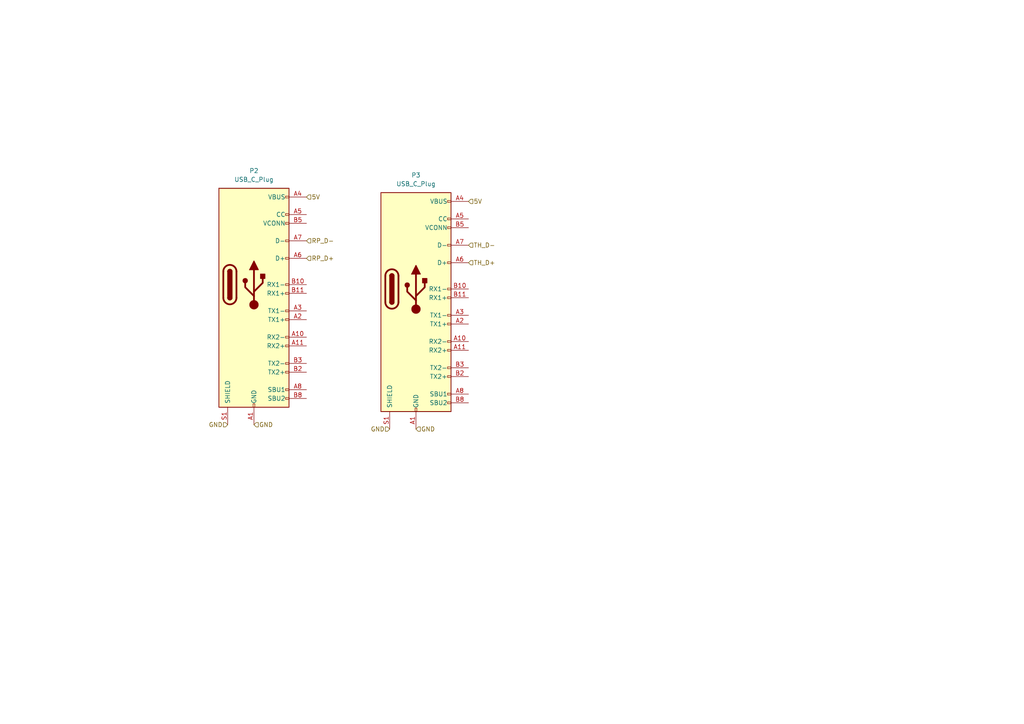
<source format=kicad_sch>
(kicad_sch (version 20250114) (generator "eeschema") (generator_version "9.0")
  (paper "A4")
  (lib_symbols
    (symbol "Connector:USB_C_Plug" (pin_names (offset 1.016))
      (property "Reference" "P" (at -10.16 29.21 0))
      (property "Value" "USB_C_Plug" (at 10.16 29.21 0))
      (symbol "USB_C_Plug_0_0"
        (rectangle (start -0.254 -35.56) (end 0.254 -34.544))
        (rectangle (start 10.16 25.654) (end 9.144 25.146))
        (rectangle (start 10.16 20.574) (end 9.144 20.066))
        (rectangle (start 10.16 18.034) (end 9.144 17.526))
        (rectangle (start 10.16 12.954) (end 9.144 12.446))
        (rectangle (start 10.16 7.874) (end 9.144 7.366))
        (rectangle (start 10.16 0.254) (end 9.144 -0.254))
        (rectangle (start 10.16 -2.286) (end 9.144 -2.794))
        (rectangle (start 10.16 -7.366) (end 9.144 -7.874))
        (rectangle (start 10.16 -9.906) (end 9.144 -10.414))
        (rectangle (start 10.16 -14.986) (end 9.144 -15.494))
        (rectangle (start 10.16 -17.526) (end 9.144 -18.034))
        (rectangle (start 10.16 -22.606) (end 9.144 -23.114))
        (rectangle (start 10.16 -25.146) (end 9.144 -25.654))
        (rectangle (start 10.16 -30.226) (end 9.144 -30.734))
        (rectangle (start 10.16 -32.766) (end 9.144 -33.274))
      )
      (symbol "USB_C_Plug_0_1"
        (rectangle (start -10.16 27.94) (end 10.16 -35.56) (stroke (width 0.254)) (fill (type background)))
        (polyline (pts (xy -8.89 -3.81) (xy -8.89 3.81)) (stroke (width 0.508)))
        (rectangle (start -7.62 -3.81) (end -6.35 3.81) (stroke (width 0.254)) (fill (type outline)))
        (arc (start -7.62 3.81) (mid -6.985 4.4423) (end -6.35 3.81) (stroke (width 0.254)))
        (arc (start -7.62 3.81) (mid -6.985 4.4423) (end -6.35 3.81) (stroke (width 0.254)) (fill (type outline)))
        (arc (start -8.89 3.81) (mid -6.985 5.7067) (end -5.08 3.81) (stroke (width 0.508)))
        (arc (start -5.08 -3.81) (mid -6.985 -5.7067) (end -8.89 -3.81) (stroke (width 0.508)))
        (arc (start -6.35 -3.81) (mid -6.985 -4.4423) (end -7.62 -3.81) (stroke (width 0.254)))
        (arc (start -6.35 -3.81) (mid -6.985 -4.4423) (end -7.62 -3.81) (stroke (width 0.254)) (fill (type outline)))
        (polyline (pts (xy -5.08 3.81) (xy -5.08 -3.81)) (stroke (width 0.508)))
      )
      (symbol "USB_C_Plug_1_1"
        (circle (center -2.54 1.143) (radius 0.635) (stroke (width 0.254)) (fill (type outline)))
        (polyline (pts (xy -1.27 4.318) (xy 0 6.858) (xy 1.27 4.318) (xy -1.27 4.318)) (stroke (width 0.254)) (fill (type outline)))
        (polyline (pts (xy 0 -2.032) (xy 2.54 0.508) (xy 2.54 1.778)) (stroke (width 0.508)))
        (polyline (pts (xy 0 -3.302) (xy -2.54 -0.762) (xy -2.54 0.508)) (stroke (width 0.508)))
        (polyline (pts (xy 0 -5.842) (xy 0 4.318)) (stroke (width 0.508)))
        (circle (center 0 -5.842) (radius 1.27) (fill (type outline)))
        (rectangle (start 1.905 1.778) (end 3.175 3.048) (stroke (width 0.254)) (fill (type outline)))
        (pin passive line (at -7.62 -40.64 90) (length 5.08) (name "SHIELD") (number "S1"))
        (pin passive line (at 0 -40.64 90) (length 5.08) (name "GND") (number "A1"))
        (pin passive line (at 0 -40.64 90) (length 5.08) (hide yes) (name "GND") (number "A12"))
        (pin passive line (at 0 -40.64 90) (length 5.08) (hide yes) (name "GND") (number "B1"))
        (pin passive line (at 0 -40.64 90) (length 5.08) (hide yes) (name "GND") (number "B12"))
        (pin passive line (at 15.24 25.4 180) (length 5.08) (name "VBUS") (number "A4"))
        (pin passive line (at 15.24 25.4 180) (length 5.08) (hide yes) (name "VBUS") (number "A9"))
        (pin passive line (at 15.24 25.4 180) (length 5.08) (hide yes) (name "VBUS") (number "B4"))
        (pin passive line (at 15.24 25.4 180) (length 5.08) (hide yes) (name "VBUS") (number "B9"))
        (pin bidirectional line (at 15.24 20.32 180) (length 5.08) (name "CC") (number "A5"))
        (pin bidirectional line (at 15.24 17.78 180) (length 5.08) (name "VCONN") (number "B5"))
        (pin bidirectional line (at 15.24 12.7 180) (length 5.08) (name "D-") (number "A7"))
        (pin bidirectional line (at 15.24 7.62 180) (length 5.08) (name "D+") (number "A6"))
        (pin bidirectional line (at 15.24 0 180) (length 5.08) (name "RX1-") (number "B10"))
        (pin bidirectional line (at 15.24 -2.54 180) (length 5.08) (name "RX1+") (number "B11"))
        (pin bidirectional line (at 15.24 -7.62 180) (length 5.08) (name "TX1-") (number "A3"))
        (pin bidirectional line (at 15.24 -10.16 180) (length 5.08) (name "TX1+") (number "A2"))
        (pin bidirectional line (at 15.24 -15.24 180) (length 5.08) (name "RX2-") (number "A10"))
        (pin bidirectional line (at 15.24 -17.78 180) (length 5.08) (name "RX2+") (number "A11"))
        (pin bidirectional line (at 15.24 -22.86 180) (length 5.08) (name "TX2-") (number "B3"))
        (pin bidirectional line (at 15.24 -25.4 180) (length 5.08) (name "TX2+") (number "B2"))
        (pin bidirectional line (at 15.24 -30.48 180) (length 5.08) (name "SBU1") (number "A8"))
        (pin bidirectional line (at 15.24 -33.02 180) (length 5.08) (name "SBU2") (number "B8"))
      )
    )
  )
  (hierarchical_label "TH_D+" (shape input) (at 135.89 76.2 0))
  (hierarchical_label "GND" (shape input) (at 73.66 123.19 0))
  (hierarchical_label "TH_D-" (shape input) (at 135.89 71.12 0))
  (hierarchical_label "GND" (shape input) (at 120.65 124.46 0))
  (hierarchical_label "GND" (shape input) (at 113.03 124.46 180))
  (hierarchical_label "RP_D+" (shape input) (at 88.9 74.93 0))
  (hierarchical_label "5V" (shape input) (at 135.89 58.42 0))
  (hierarchical_label "GND" (shape input) (at 66.04 123.19 180))
  (hierarchical_label "5V" (shape input) (at 88.9 57.15 0))
  (hierarchical_label "RP_D-" (shape input) (at 88.9 69.85 0))
  (symbol (lib_id "Connector:USB_C_Plug") (at 73.66 82.55 0) (unit 1)
    (property "Reference" "P2" (at 73.66 49.53 0))
    (property "Value" "USB_C_Plug" (at 73.66 52.07 0))
    (property "Datasheet" "https://www.usb.org/sites/default/files/documents/usb_type-c.zip" (effects (hide yes)))
    (property "Description" "USB Type-C Plug connector" (effects (hide yes)))
  )
  (symbol (lib_id "Connector:USB_C_Plug") (at 120.65 83.82 0) (unit 1)
    (property "Reference" "P3" (at 120.65 50.8 0))
    (property "Value" "USB_C_Plug" (at 120.65 53.34 0))
    (property "Datasheet" "https://www.usb.org/sites/default/files/documents/usb_type-c.zip" (effects (hide yes)))
    (property "Description" "USB Type-C Plug connector" (effects (hide yes)))
  )
)
</source>
